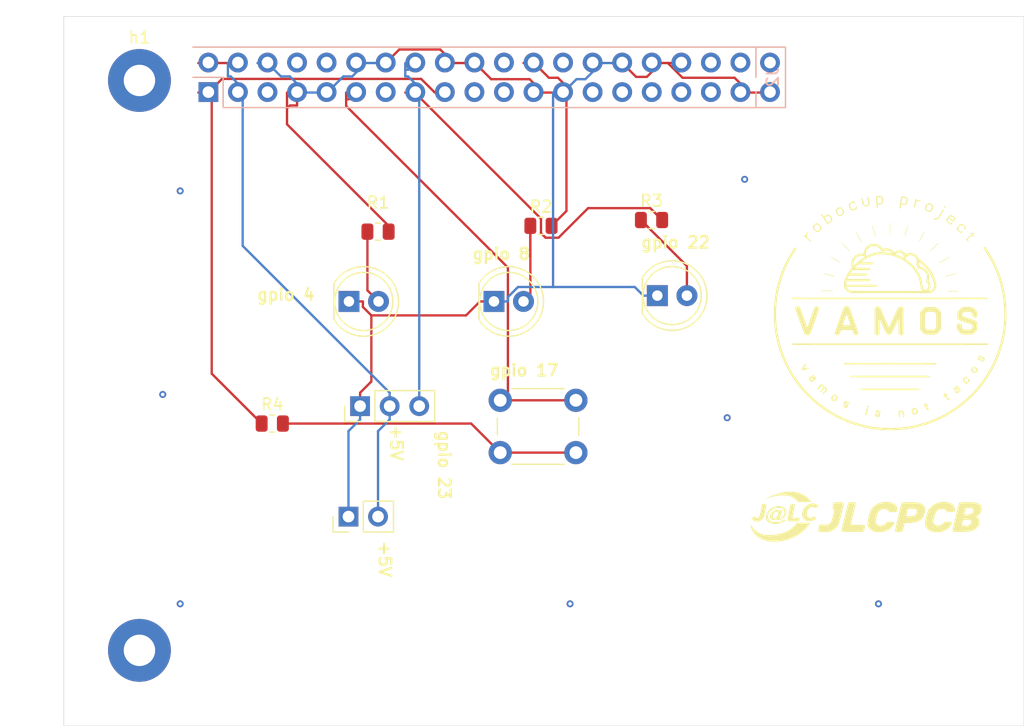
<source format=kicad_pcb>
(kicad_pcb (version 20240108) (generator "pcbnew") (generator_version "8.0")
  (layers (0 "F.Cu" signal) (31 "B.Cu" signal) (34 "B.Paste" user) (35 "F.Paste" user) (36 "B.SilkS" user "B.Silkscreen") (37 "F.SilkS" user "F.Silkscreen") (38 "B.Mask" user) (39 "F.Mask" user) (44 "Edge.Cuts" user))
  (net 0 "")
  (net 1 "Net-(J2-GCLK0{slash}GPIO4)")
  (net 2 "Net-(D1-A)")
  (net 3 "Net-(D2-A)")
  (net 4 "Net-(J2-~{CE0}{slash}GPIO8)")
  (net 5 "Net-(D3-A)")
  (net 6 "Net-(J2-GPIO22)")
  (net 7 "Net-(J2-3V3-Pad1)")
  (net 8 "Net-(R4-Pad2)")
  (net 9 "Net-(D1-K)")
  (net 11 "Net-(J2-GPIO23)")
  (net 28 "Net-(J1-Pin_2)")
  (net 31 "Net-(J2-GPIO17)")
  (footprint "LED_THT:LED_D5.0mm" (layer "F.Cu") (at 114 69)
    (property "Reference" "D3" (hide yes))
    (property "Value" "LED")
    (pad "1" thru_hole rect (at 0 0) (size 1.8 1.8) (drill 0.9) (layers "*.Cu" "*.Mask") (net 9 "Net-(D1-K)"))
    (pad "2" thru_hole circle (at 2.54 0) (size 1.8 1.8) (drill 0.9) (layers "*.Cu" "*.Mask") (net 5 "Net-(D3-A)"))
  )
  (footprint "Resistor_SMD:R_0805_2012Metric" (layer "F.Cu") (at 113.5 62.5)
    (property "Reference" "R3" (at 0 -1.65 0) (layer "F.SilkS"))
    (property "Value" "200")
    (pad "1" smd roundrect (at -0.9125 0) (size 1.025 1.4) (layers "F.Cu" "F.Paste" "F.Mask") (roundrect_rratio 0.243902) (net 5 "Net-(D3-A)"))
    (pad "2" smd roundrect (at 0.9125 0) (size 1.025 1.4) (layers "F.Cu" "F.Paste" "F.Mask") (roundrect_rratio 0.243902) (net 6 "Net-(J2-GPIO22)"))
  )
  (footprint "MountingHole:MountingHole_2.7mm_M2.5_Pad" (layer "F.Cu") (at 69.5 99.5)
    (property "Reference" "h2" (hide yes))
    (property "Value" "MountingHole_2.7mm_M2.5_Pad")
    (pad "1" thru_hole circle (at 0 0) (size 5.4 5.4) (drill 2.7) (layers "*.Cu" "*.Mask"))
  )
  (footprint "LED_THT:LED_D5.0mm" (layer "F.Cu") (at 99.96 69.5)
    (property "Reference" "D2" (hide yes))
    (property "Value" "LED")
    (pad "1" thru_hole rect (at 0 0) (size 1.8 1.8) (drill 0.9) (layers "*.Cu" "*.Mask") (net 9 "Net-(D1-K)"))
    (pad "2" thru_hole circle (at 2.54 0) (size 1.8 1.8) (drill 0.9) (layers "*.Cu" "*.Mask") (net 3 "Net-(D2-A)"))
  )
  (footprint "Connector_PinHeader_2.54mm:PinHeader_1x02_P2.54mm_Vertical" (layer "F.Cu") (at 87.46 88 90)
    (property "Reference" "J1" (hide yes))
    (property "Value" "Conn_01x02_Pin")
    (pad "1" thru_hole rect (at 0 0 90) (size 1.7 1.7) (drill 1) (layers "*.Cu" "*.Mask") (net 9 "Net-(D1-K)"))
    (pad "2" thru_hole oval (at 0 2.54 90) (size 1.7 1.7) (drill 1) (layers "*.Cu" "*.Mask") (net 28 "Net-(J1-Pin_2)"))
  )
  (footprint "LED_THT:LED_D5.0mm" (layer "F.Cu") (at 87.5 69.5)
    (property "Reference" "D1" (hide yes))
    (property "Value" "LED")
    (pad "1" thru_hole rect (at 0 0) (size 1.8 1.8) (drill 0.9) (layers "*.Cu" "*.Mask") (net 9 "Net-(D1-K)"))
    (pad "2" thru_hole circle (at 2.54 0) (size 1.8 1.8) (drill 0.9) (layers "*.Cu" "*.Mask") (net 2 "Net-(D1-A)"))
  )
  (footprint "Resistor_SMD:R_0805_2012Metric" (layer "F.Cu") (at 80.9125 80)
    (property "Reference" "R4" (at 0 -1.65 0) (layer "F.SilkS"))
    (property "Value" "1K")
    (pad "1" smd roundrect (at -0.9125 0) (size 1.025 1.4) (layers "F.Cu" "F.Paste" "F.Mask") (roundrect_rratio 0.243902) (net 7 "Net-(J2-3V3-Pad1)"))
    (pad "2" smd roundrect (at 0.9125 0) (size 1.025 1.4) (layers "F.Cu" "F.Paste" "F.Mask") (roundrect_rratio 0.243902) (net 8 "Net-(R4-Pad2)"))
  )
  (footprint "Resistor_SMD:R_0805_2012Metric" (layer "F.Cu") (at 104 63)
    (property "Reference" "R2" (at 0 -1.65 0) (layer "F.SilkS"))
    (property "Value" "200R")
    (pad "1" smd roundrect (at -0.9125 0) (size 1.025 1.4) (layers "F.Cu" "F.Paste" "F.Mask") (roundrect_rratio 0.243902) (net 3 "Net-(D2-A)"))
    (pad "2" smd roundrect (at 0.9125 0) (size 1.025 1.4) (layers "F.Cu" "F.Paste" "F.Mask") (roundrect_rratio 0.243902) (net 4 "Net-(J2-~{CE0}{slash}GPIO8)"))
  )
  (footprint "Button_Switch_THT:SW_PUSH_6mm_H9.5mm" (layer "F.Cu") (at 107 82.5 180)
    (property "Reference" "SW1" (hide yes))
    (property "Value" "SW_Push")
    (pad "1" thru_hole circle (at 0 0 270) (size 2 2) (drill 1.1) (layers "*.Cu" "*.Mask") (net 8 "Net-(R4-Pad2)"))
    (pad "1" thru_hole circle (at 6.5 0 270) (size 2 2) (drill 1.1) (layers "*.Cu" "*.Mask") (net 8 "Net-(R4-Pad2)"))
    (pad "2" thru_hole circle (at 0 4.5 270) (size 2 2) (drill 1.1) (layers "*.Cu" "*.Mask") (net 31 "Net-(J2-GPIO17)"))
    (pad "2" thru_hole circle (at 6.5 4.5 270) (size 2 2) (drill 1.1) (layers "*.Cu" "*.Mask") (net 31 "Net-(J2-GPIO17)"))
  )
  (footprint "Resistor_SMD:R_0805_2012Metric" (layer "F.Cu") (at 90 63.5)
    (property "Reference" "R1" (at 0 -2.5 0) (layer "F.SilkS"))
    (property "Value" "200R")
    (pad "1" smd roundrect (at -0.9125 0) (size 1.025 1.4) (layers "F.Cu" "F.Paste" "F.Mask") (roundrect_rratio 0.243902) (net 2 "Net-(D1-A)"))
    (pad "2" smd roundrect (at 0.9125 0) (size 1.025 1.4) (layers "F.Cu" "F.Paste" "F.Mask") (roundrect_rratio 0.243902) (net 1 "Net-(J2-GCLK0{slash}GPIO4)"))
  )
  (footprint "MountingHole:MountingHole_2.7mm_M2.5_Pad" (layer "F.Cu") (at 69.5 50.5)
    (property "Reference" "h1" (at 0 -3.7 0) (layer "F.SilkS"))
    (property "Value" "MountingHole_2.7mm_M2.5_Pad")
    (pad "1" thru_hole circle (at 0 0) (size 5.4 5.4) (drill 2.7) (layers "*.Cu" "*.Mask"))
  )
  (footprint "vamos:vamoslogo" (layer "F.Cu") (at 134 70.5)
    (property "Reference" "vamos" (hide yes))
    (property "Value" "LOGO" (hide yes))
  )
  (footprint "Connector_PinHeader_2.54mm:PinHeader_1x03_P2.54mm_Vertical" (layer "F.Cu") (at 88.46 78.5 90)
    (property "Reference" "J3" (hide yes))
    (property "Value" "Conn_01x03_Pin")
    (pad "1" thru_hole rect (at 0 0 90) (size 1.7 1.7) (drill 1) (layers "*.Cu" "*.Mask") (net 9 "Net-(D1-K)"))
    (pad "2" thru_hole oval (at 0 2.54 90) (size 1.7 1.7) (drill 1) (layers "*.Cu" "*.Mask") (net 28 "Net-(J1-Pin_2)"))
    (pad "3" thru_hole oval (at 0 5.08 90) (size 1.7 1.7) (drill 1) (layers "*.Cu" "*.Mask") (net 11 "Net-(J2-GPIO23)"))
  )
  (footprint "vamos:jlcpcb" (layer "F.Cu") (at 132 88)
    (property "Reference" "jlcpcb" (hide yes))
    (property "Value" "LOGO" (hide yes))
  )
  (footprint "Connector_PinSocket_2.54mm:PinSocket_2x20_P2.54mm_Vertical" (layer "B.Cu") (at 75.42 51.5 -90)
    (property "Reference" "J2" (at -1.27 -48.49 90) (layer "B.SilkS") (effects (justify mirror)))
    (property "Value" "Raspberry_Pi_2_3")
    (pad "1" thru_hole rect (at 0 0 270) (size 1.7 1.7) (drill 1) (layers "*.Cu" "*.Mask") (net 7 "Net-(J2-3V3-Pad1)"))
    (pad "2" thru_hole oval (at -2.54 0 270) (size 1.7 1.7) (drill 1) (layers "*.Cu" "*.Mask") (net 28 "Net-(J1-Pin_2)"))
    (pad "3" thru_hole oval (at 0 -2.54 270) (size 1.7 1.7) (drill 1) (layers "*.Cu" "*.Mask"))
    (pad "4" thru_hole oval (at -2.54 -2.54 270) (size 1.7 1.7) (drill 1) (layers "*.Cu" "*.Mask") (net 28 "Net-(J1-Pin_2)"))
    (pad "5" thru_hole oval (at 0 -5.08 270) (size 1.7 1.7) (drill 1) (layers "*.Cu" "*.Mask"))
    (pad "6" thru_hole oval (at -2.54 -5.08 270) (size 1.7 1.7) (drill 1) (layers "*.Cu" "*.Mask") (net 9 "Net-(D1-K)"))
    (pad "7" thru_hole oval (at 0 -7.62 270) (size 1.7 1.7) (drill 1) (layers "*.Cu" "*.Mask") (net 1 "Net-(J2-GCLK0{slash}GPIO4)"))
    (pad "8" thru_hole oval (at -2.54 -7.62 270) (size 1.7 1.7) (drill 1) (layers "*.Cu" "*.Mask"))
    (pad "9" thru_hole oval (at 0 -10.16 270) (size 1.7 1.7) (drill 1) (layers "*.Cu" "*.Mask") (net 9 "Net-(D1-K)"))
    (pad "10" thru_hole oval (at -2.54 -10.16 270) (size 1.7 1.7) (drill 1) (layers "*.Cu" "*.Mask"))
    (pad "11" thru_hole oval (at 0 -12.7 270) (size 1.7 1.7) (drill 1) (layers "*.Cu" "*.Mask") (net 31 "Net-(J2-GPIO17)"))
    (pad "12" thru_hole oval (at -2.54 -12.7 270) (size 1.7 1.7) (drill 1) (layers "*.Cu" "*.Mask"))
    (pad "13" thru_hole oval (at 0 -15.24 270) (size 1.7 1.7) (drill 1) (layers "*.Cu" "*.Mask"))
    (pad "14" thru_hole oval (at -2.54 -15.24 270) (size 1.7 1.7) (drill 1) (layers "*.Cu" "*.Mask") (net 9 "Net-(D1-K)"))
    (pad "15" thru_hole oval (at 0 -17.78 270) (size 1.7 1.7) (drill 1) (layers "*.Cu" "*.Mask") (net 6 "Net-(J2-GPIO22)"))
    (pad "16" thru_hole oval (at -2.54 -17.78 270) (size 1.7 1.7) (drill 1) (layers "*.Cu" "*.Mask") (net 11 "Net-(J2-GPIO23)"))
    (pad "17" thru_hole oval (at 0 -20.32 270) (size 1.7 1.7) (drill 1) (layers "*.Cu" "*.Mask") (net 7 "Net-(J2-3V3-Pad1)"))
    (pad "18" thru_hole oval (at -2.54 -20.32 270) (size 1.7 1.7) (drill 1) (layers "*.Cu" "*.Mask"))
    (pad "19" thru_hole oval (at 0 -22.86 270) (size 1.7 1.7) (drill 1) (layers "*.Cu" "*.Mask"))
    (pad "20" thru_hole oval (at -2.54 -22.86 270) (size 1.7 1.7) (drill 1) (layers "*.Cu" "*.Mask") (net 9 "Net-(D1-K)"))
    (pad "21" thru_hole oval (at 0 -25.4 270) (size 1.7 1.7) (drill 1) (layers "*.Cu" "*.Mask"))
    (pad "22" thru_hole oval (at -2.54 -25.4 270) (size 1.7 1.7) (drill 1) (layers "*.Cu" "*.Mask"))
    (pad "23" thru_hole oval (at 0 -27.94 270) (size 1.7 1.7) (drill 1) (layers "*.Cu" "*.Mask"))
    (pad "24" thru_hole oval (at -2.54 -27.94 270) (size 1.7 1.7) (drill 1) (layers "*.Cu" "*.Mask") (net 4 "Net-(J2-~{CE0}{slash}GPIO8)"))
    (pad "25" thru_hole oval (at 0 -30.48 270) (size 1.7 1.7) (drill 1) (layers "*.Cu" "*.Mask") (net 9 "Net-(D1-K)"))
    (pad "26" thru_hole oval (at -2.54 -30.48 270) (size 1.7 1.7) (drill 1) (layers "*.Cu" "*.Mask"))
    (pad "27" thru_hole oval (at 0 -33.02 270) (size 1.7 1.7) (drill 1) (layers "*.Cu" "*.Mask"))
    (pad "28" thru_hole oval (at -2.54 -33.02 270) (size 1.7 1.7) (drill 1) (layers "*.Cu" "*.Mask"))
    (pad "29" thru_hole oval (at 0 -35.56 270) (size 1.7 1.7) (drill 1) (layers "*.Cu" "*.Mask"))
    (pad "30" thru_hole oval (at -2.54 -35.56 270) (size 1.7 1.7) (drill 1) (layers "*.Cu" "*.Mask") (net 9 "Net-(D1-K)"))
    (pad "31" thru_hole oval (at 0 -38.1 270) (size 1.7 1.7) (drill 1) (layers "*.Cu" "*.Mask"))
    (pad "32" thru_hole oval (at -2.54 -38.1 270) (size 1.7 1.7) (drill 1) (layers "*.Cu" "*.Mask"))
    (pad "33" thru_hole oval (at 0 -40.64 270) (size 1.7 1.7) (drill 1) (layers "*.Cu" "*.Mask"))
    (pad "34" thru_hole oval (at -2.54 -40.64 270) (size 1.7 1.7) (drill 1) (layers "*.Cu" "*.Mask") (net 9 "Net-(D1-K)"))
    (pad "35" thru_hole oval (at 0 -43.18 270) (size 1.7 1.7) (drill 1) (layers "*.Cu" "*.Mask"))
    (pad "36" thru_hole oval (at -2.54 -43.18 270) (size 1.7 1.7) (drill 1) (layers "*.Cu" "*.Mask"))
    (pad "37" thru_hole oval (at 0 -45.72 270) (size 1.7 1.7) (drill 1) (layers "*.Cu" "*.Mask"))
    (pad "38" thru_hole oval (at -2.54 -45.72 270) (size 1.7 1.7) (drill 1) (layers "*.Cu" "*.Mask"))
    (pad "39" thru_hole oval (at 0 -48.26 270) (size 1.7 1.7) (drill 1) (layers "*.Cu" "*.Mask") (net 9 "Net-(D1-K)"))
    (pad "40" thru_hole oval (at -2.54 -48.26 270) (size 1.7 1.7) (drill 1) (layers "*.Cu" "*.Mask"))
  )
  (gr_rect (start 63 45) (end 145.5 106) (stroke (width 0.05)) (fill none) (layer "Edge.Cuts"))
  (gr_text "+5V\n" (at 91 80 270) (layer "F.SilkS") (effects (font (size 1 1) (thickness 0.2) (bold yes)) (justify left bottom)))
  (gr_text "gpio 23\n\n" (at 93.5 80.5 270) (layer "F.SilkS") (effects (font (size 1 1) (thickness 0.2) (bold yes)) (justify left bottom)))
  (gr_text "gpio 17\n" (at 99.5 76 0) (layer "F.SilkS") (effects (font (size 1 1) (thickness 0.2) (bold yes)) (justify left bottom)))
  (gr_text "gpio 8\n" (at 98 66 0) (layer "F.SilkS") (effects (font (size 1 1) (thickness 0.2) (bold yes)) (justify left bottom)))
  (gr_text "gpio 22\n" (at 112.5 65 0) (layer "F.SilkS") (effects (font (size 1 1) (thickness 0.2) (bold yes)) (justify left bottom)))
  (gr_text "gpio 4\n" (at 79.5 69.5 0) (layer "F.SilkS") (effects (font (size 1 1) (thickness 0.2) (bold yes)) (justify left bottom)))
  (gr_text "+5V\n" (at 90 90 270) (layer "F.SilkS") (effects (font (size 1 1) (thickness 0.2) (bold yes)) (justify left bottom)))
  (segment (start 90.9125 63) (end 82.18 54.2675) (width 0.2) (layer "F.Cu") (net 1))
  (segment (start 82.18 52.9037) (end 82.18 51.54) (width 0.2) (layer "F.Cu") (net 1))
  (segment (start 83.04 51.5) (end 83.04 52.6501) (width 0.2) (layer "F.Cu") (net 1))
  (segment (start 82.4336 52.6501) (end 83.04 52.6501) (width 0.2) (layer "F.Cu") (net 1))
  (segment (start 90.9125 63) (end 90.9125 63.5) (width 0.2) (layer "F.Cu") (net 1))
  (segment (start 82.18 54.2675) (end 82.18 52.9037) (width 0.2) (layer "F.Cu") (net 1))
  (segment (start 82.18 52.9037) (end 82.4336 52.6501) (width 0.2) (layer "F.Cu") (net 1))
  (segment (start 89.0875 63) (end 89.0875 63.5) (width 0.2) (layer "F.Cu") (net 2))
  (segment (start 89.0875 68.5475) (end 90.04 69.5) (width 0.2) (layer "F.Cu") (net 2))
  (segment (start 89.0875 63.5) (end 89.0875 68.5475) (width 0.2) (layer "F.Cu") (net 2))
  (segment (start 103.088 63) (end 103.088 65.6176) (width 0.2) (layer "F.Cu") (net 3))
  (segment (start 103.088 68.9125) (end 102.5 69.5) (width 0.2) (layer "F.Cu") (net 3))
  (segment (start 103.088 65.6176) (end 103.0875 65.6171) (width 0.2) (layer "F.Cu") (net 3))
  (segment (start 103.0875 65.6171) (end 103.0875 63) (width 0.2) (layer "F.Cu") (net 3))
  (segment (start 103.088 65.6176) (end 103.088 68.9125) (width 0.2) (layer "F.Cu") (net 3))
  (segment (start 103.65 49.2383) (end 104.682 50.27) (width 0.2) (layer "F.Cu") (net 4))
  (segment (start 104.9123 62.9998) (end 104.912 63) (width 0.2) (layer "F.Cu") (net 4))
  (segment (start 106.19 51.0018) (end 106.19 61.7223) (width 0.2) (layer "F.Cu") (net 4))
  (segment (start 103.36 48.96) (end 103.36 49) (width 0.2) (layer "F.Cu") (net 4))
  (segment (start 105.458 50.27) (end 106.19 51.0018) (width 0.2) (layer "F.Cu") (net 4))
  (segment (start 104.9125 63) (end 104.9123 62.9998) (width 0.2) (layer "F.Cu") (net 4))
  (segment (start 106.19 61.7223) (end 104.9123 62.9998) (width 0.2) (layer "F.Cu") (net 4))
  (segment (start 103.65 49) (end 103.65 49.2383) (width 0.2) (layer "F.Cu") (net 4))
  (segment (start 102.5 49) (end 103.36 49) (width 0.2) (layer "F.Cu") (net 4))
  (segment (start 103.36 49) (end 103.65 49) (width 0.2) (layer "F.Cu") (net 4))
  (segment (start 104.682 50.27) (end 105.458 50.27) (width 0.2) (layer "F.Cu") (net 4))
  (segment (start 113.1447 63.0568) (end 116.54 66.4525) (width 0.2) (layer "F.Cu") (net 5))
  (segment (start 112.588 62.5) (end 113.1447 63.0568) (width 0.2) (layer "F.Cu") (net 5))
  (segment (start 113.1447 63.0568) (end 113.1443 63.0568) (width 0.2) (layer "F.Cu") (net 5))
  (segment (start 116.54 66.4525) (end 116.54 69) (width 0.2) (layer "F.Cu") (net 5))
  (segment (start 113.1443 63.0568) (end 112.5875 62.5) (width 0.2) (layer "F.Cu") (net 5))
  (segment (start 93.4901 51.54) (end 93.2 51.54) (width 0.2) (layer "F.Cu") (net 6))
  (segment (start 104 62.383) (end 93.4901 51.8731) (width 0.2) (layer "F.Cu") (net 6))
  (segment (start 108.049 61.4782) (end 105.505 64.0221) (width 0.2) (layer "F.Cu") (net 6))
  (segment (start 93.2 51.54) (end 92.34 51.54) (width 0.2) (layer "F.Cu") (net 6))
  (segment (start 113.391 61.4782) (end 108.049 61.4782) (width 0.2) (layer "F.Cu") (net 6))
  (segment (start 104.401 64.0221) (end 104 63.6213) (width 0.2) (layer "F.Cu") (net 6))
  (segment (start 113.9016 61.9891) (end 114.4125 62.5) (width 0.2) (layer "F.Cu") (net 6))
  (segment (start 104 63.6213) (end 104 62.383) (width 0.2) (layer "F.Cu") (net 6))
  (segment (start 113.9015 61.9891) (end 113.391 61.4782) (width 0.2) (layer "F.Cu") (net 6))
  (segment (start 105.505 64.0221) (end 104.401 64.0221) (width 0.2) (layer "F.Cu") (net 6))
  (segment (start 113.9015 61.9891) (end 113.9016 61.9891) (width 0.2) (layer "F.Cu") (net 6))
  (segment (start 93.2 51.5) (end 93.2 51.54) (width 0.2) (layer "F.Cu") (net 6))
  (segment (start 114.412 62.5) (end 113.9015 61.9891) (width 0.2) (layer "F.Cu") (net 6))
  (segment (start 93.4901 51.8731) (end 93.4901 51.54) (width 0.2) (layer "F.Cu") (net 6))
  (segment (start 93.7068 50.3668) (end 94.84 51.5) (width 0.2) (layer "F.Cu") (net 7))
  (segment (start 74.56 51.54) (end 75.38 51.54) (width 0.2) (layer "F.Cu") (net 7))
  (segment (start 75.7101 75.7101) (end 75.7101 51.54) (width 0.2) (layer "F.Cu") (net 7))
  (segment (start 75.7101 51.54) (end 75.7101 51.2525) (width 0.2) (layer "F.Cu") (net 7))
  (segment (start 80 80) (end 75.7101 75.7101) (width 0.2) (layer "F.Cu") (net 7))
  (segment (start 94.84 51.5) (end 94.88 51.54) (width 0.2) (layer "F.Cu") (net 7))
  (segment (start 76.5958 50.3668) (end 93.7068 50.3668) (width 0.2) (layer "F.Cu") (net 7))
  (segment (start 75.38 51.54) (end 75.42 51.5) (width 0.2) (layer "F.Cu") (net 7))
  (segment (start 95.74 51.5) (end 94.84 51.5) (width 0.2) (layer "F.Cu") (net 7))
  (segment (start 75.7101 51.2525) (end 76.5958 50.3668) (width 0.2) (layer "F.Cu") (net 7))
  (segment (start 75.38 51.54) (end 75.7101 51.54) (width 0.2) (layer "F.Cu") (net 7))
  (segment (start 100.5 82.5) (end 107 82.5) (width 0.2) (layer "F.Cu") (net 8))
  (segment (start 81.825 80) (end 98 80) (width 0.2) (layer "F.Cu") (net 8))
  (segment (start 98 80) (end 100.5 82.5) (width 0.2) (layer "F.Cu") (net 8))
  (segment (start 113.098 50.1906) (end 114.05 49.2383) (width 0.2) (layer "F.Cu") (net 9))
  (segment (start 88.7001 69.5) (end 88.7001 69.975) (width 0.2) (layer "F.Cu") (net 9))
  (segment (start 89.4252 70.7001) (end 89.4252 76.3847) (width 0.2) (layer "F.Cu") (net 9))
  (segment (start 89.4252 76.3847) (end 88.46 77.3499) (width 0.2) (layer "F.Cu") (net 9))
  (segment (start 103.027 50.3899) (end 99.7217 50.3899) (width 0.2) (layer "F.Cu") (net 9))
  (segment (start 96.2699 49) (end 96.2699 48.7617) (width 0.2) (layer "F.Cu") (net 9))
  (segment (start 111.27 49.2875) (end 112.173 50.1906) (width 0.2) (layer "F.Cu") (net 9))
  (segment (start 114.899 49) (end 116.169 50.27) (width 0.2) (layer "F.Cu") (net 9))
  (segment (start 87.5 69.5) (end 88.7001 69.5) (width 0.2) (layer "F.Cu") (net 9))
  (segment (start 88.7001 69.975) (end 89.4252 70.7001) (width 0.2) (layer "F.Cu") (net 9))
  (segment (start 88.46 77.3499) (end 88.46 78.5) (width 0.2) (layer "F.Cu") (net 9))
  (segment (start 103.89 51.2524) (end 103.027 50.3899) (width 0.2) (layer "F.Cu") (net 9))
  (segment (start 97.5598 70.7001) (end 98.7599 69.5) (width 0.2) (layer "F.Cu") (net 9))
  (segment (start 91.8259 47.8367) (end 90.9501 48.7125) (width 0.2) (layer "F.Cu") (net 9))
  (segment (start 98.5701 49.2383) (end 98.5701 49) (width 0.2) (layer "F.Cu") (net 9))
  (segment (start 120.638 50.27) (end 121.67 51.3017) (width 0.2) (layer "F.Cu") (net 9))
  (segment (start 114.05 49.2383) (end 114.05 49) (width 0.2) (layer "F.Cu") (net 9))
  (segment (start 111.27 49) (end 111.27 49.2875) (width 0.2) (layer "F.Cu") (net 9))
  (segment (start 114.05 49) (end 114.899 49) (width 0.2) (layer "F.Cu") (net 9))
  (segment (start 115.2 49) (end 114.899 49) (width 0.2) (layer "F.Cu") (net 9))
  (segment (start 121.67 51.3017) (end 121.67 51.54) (width 0.2) (layer "F.Cu") (net 9))
  (segment (start 89.4252 70.7001) (end 97.5598 70.7001) (width 0.2) (layer "F.Cu") (net 9))
  (segment (start 96.2699 48.7617) (end 95.3449 47.8367) (width 0.2) (layer "F.Cu") (net 9))
  (segment (start 90.9501 48.7125) (end 90.9501 49) (width 0.2) (layer "F.Cu") (net 9))
  (segment (start 121.67 51.54) (end 122.82 51.54) (width 0.2) (layer "F.Cu") (net 9))
  (segment (start 105.04 51.54) (end 103.89 51.54) (width 0.2) (layer "F.Cu") (net 9))
  (segment (start 90.9501 49) (end 89.8 49) (width 0.2) (layer "F.Cu") (net 9))
  (segment (start 116.169 50.27) (end 120.638 50.27) (width 0.2) (layer "F.Cu") (net 9))
  (segment (start 98.7599 69.5) (end 99.96 69.5) (width 0.2) (layer "F.Cu") (net 9))
  (segment (start 110.12 49) (end 111.27 49) (width 0.2) (layer "F.Cu") (net 9))
  (segment (start 98.5701 49) (end 96.2699 49) (width 0.2) (layer "F.Cu") (net 9))
  (segment (start 103.89 51.54) (end 103.89 51.2524) (width 0.2) (layer "F.Cu") (net 9))
  (segment (start 95.3449 47.8367) (end 91.8259 47.8367) (width 0.2) (layer "F.Cu") (net 9))
  (segment (start 112.173 50.1906) (end 113.098 50.1906) (width 0.2) (layer "F.Cu") (net 9))
  (segment (start 99.7217 50.3899) (end 98.5701 49.2383) (width 0.2) (layer "F.Cu") (net 9))
  (via (at 120 79.5) (size 0.6) (drill 0.3) (layers "F.Cu" "B.Cu") (net 9))
  (via (at 73 60) (size 0.6) (drill 0.3) (layers "F.Cu" "B.Cu") (net 9))
  (via (at 106.5 95.5) (size 0.6) (drill 0.3) (layers "F.Cu" "B.Cu") (net 9))
  (via (at 73 95.5) (size 0.6) (drill 0.3) (layers "F.Cu" "B.Cu") (net 9))
  (via (at 133 95.5) (size 0.6) (drill 0.3) (layers "F.Cu" "B.Cu") (net 9))
  (via (at 121.5 59) (size 0.6) (drill 0.3) (layers "F.Cu" "B.Cu") (net 9))
  (via (at 71.5 77.5) (size 0.6) (drill 0.3) (layers "F.Cu" "B.Cu") (net 9))
  (segment (start 105.04 51.54) (end 106.19 51.54) (width 0.2) (layer "B.Cu") (net 9))
  (segment (start 87.46 80.6501) (end 87.46 88) (width 0.2) (layer "B.Cu") (net 9))
  (segment (start 89.8 49) (end 88.6499 49) (width 0.2) (layer "B.Cu") (net 9))
  (segment (start 107.818 50.3899) (end 108.97 49.2383) (width 0.2) (layer "B.Cu") (net 9))
  (segment (start 112.8 69) (end 112.057 68.2567) (width 0.2) (layer "B.Cu") (net 9))
  (segment (start 85.8701 51.3017) (end 85.8701 51.54) (width 0.2) (layer "B.Cu") (net 9))
  (segment (start 112.057 68.2567) (end 105.04 68.2567) (width 0.2) (layer "B.Cu") (net 9))
  (segment (start 80.7901 49) (end 79.64 49) (width 0.2) (layer "B.Cu") (net 9))
  (segment (start 102.028 68.2567) (end 105.04 68.2567) (width 0.2) (layer "B.Cu") (net 9))
  (segment (start 85.8701 51.54) (end 83.5699 51.54) (width 0.2) (layer "B.Cu") (net 9))
  (segment (start 106.19 51.2524) (end 107.053 50.3899) (width 0.2) (layer "B.Cu") (net 9))
  (segment (start 80.7901 49.2876) (end 80.7901 49) (width 0.2) (layer "B.Cu") (net 9))
  (segment (start 88.46 79.6501) (end 87.46 80.6501) (width 0.2) (layer "B.Cu") (net 9))
  (segment (start 99.96 69.5) (end 101.16 69.5) (width 0.2) (layer "B.Cu") (net 9))
  (segment (start 82.4183 50.1501) (end 81.6526 50.1501) (width 0.2) (layer "B.Cu") (net 9))
  (segment (start 88.6499 49.2876) (end 87.7874 50.1501) (width 0.2) (layer "B.Cu") (net 9))
  (segment (start 101.16 69.125) (end 102.028 68.2567) (width 0.2) (layer "B.Cu") (net 9))
  (segment (start 108.97 49.2383) (end 108.97 49) (width 0.2) (layer "B.Cu") (net 9))
  (segment (start 88.46 78.5) (end 88.46 79.6501) (width 0.2) (layer "B.Cu") (net 9))
  (segment (start 106.19 51.54) (end 106.19 51.2524) (width 0.2) (layer "B.Cu") (net 9))
  (segment (start 87.7874 50.1501) (end 87.0217 50.1501) (width 0.2) (layer "B.Cu") (net 9))
  (segment (start 88.6499 49) (end 88.6499 49.2876) (width 0.2) (layer "B.Cu") (net 9))
  (segment (start 114 69) (end 112.8 69) (width 0.2) (layer "B.Cu") (net 9))
  (segment (start 105.04 68.2567) (end 105.04 51.54) (width 0.2) (layer "B.Cu") (net 9))
  (segment (start 83.5699 51.3017) (end 82.4183 50.1501) (width 0.2) (layer "B.Cu") (net 9))
  (segment (start 108.97 49) (end 110.12 49) (width 0.2) (layer "B.Cu") (net 9))
  (segment (start 107.053 50.3899) (end 107.818 50.3899) (width 0.2) (layer "B.Cu") (net 9))
  (segment (start 101.16 69.5) (end 101.16 69.125) (width 0.2) (layer "B.Cu") (net 9))
  (segment (start 81.6526 50.1501) (end 80.7901 49.2876) (width 0.2) (layer "B.Cu") (net 9))
  (segment (start 87.0217 50.1501) (end 85.8701 51.3017) (width 0.2) (layer "B.Cu") (net 9))
  (segment (start 83.5699 51.54) (end 83.5699 51.3017) (width 0.2) (layer "B.Cu") (net 9))
  (segment (start 92.5783 50.1501) (end 92.34 50.1501) (width 0.2) (layer "B.Cu") (net 11))
  (segment (start 92.34 50.1501) (end 92.34 49.575) (width 0.2) (layer "B.Cu") (net 11))
  (segment (start 93.54 51.1118) (end 92.5783 50.1501) (width 0.2) (layer "B.Cu") (net 11))
  (segment (start 92.585 49.575) (end 93.2 48.96) (width 0.2) (layer "B.Cu") (net 11))
  (segment (start 92.34 49.575) (end 92.34 49) (width 0.2) (layer "B.Cu") (net 11))
  (segment (start 93.54 78.5) (end 93.54 51.1118) (width 0.2) (layer "B.Cu") (net 11))
  (segment (start 92.34 49.575) (end 92.585 49.575) (width 0.2) (layer "B.Cu") (net 11))
  (segment (start 77.96 48.96) (end 77.14 48.96) (width 0.2) (layer "F.Cu") (net 28))
  (segment (start 74.56 49) (end 75.46 49) (width 0.2) (layer "F.Cu") (net 28))
  (segment (start 75.46 49) (end 75.42 48.96) (width 0.2) (layer "F.Cu") (net 28))
  (segment (start 77.14 48.96) (end 77.1 49) (width 0.2) (layer "F.Cu") (net 28))
  (segment (start 75.46 49) (end 77.1 49) (width 0.2) (layer "F.Cu") (net 28))
  (segment (start 77.1 50.1501) (end 77.1 49) (width 0.2) (layer "B.Cu") (net 28))
  (segment (start 91 79.6501) (end 90 80.6501) (width 0.2) (layer "B.Cu") (net 28))
  (segment (start 91 78.5) (end 91 77.3499) (width 0.2) (layer "B.Cu") (net 28))
  (segment (start 77.14 48.96) (end 77.1 49) (width 0.2) (layer "B.Cu") (net 28))
  (segment (start 77.96 48.96) (end 77.14 48.96) (width 0.2) (layer "B.Cu") (net 28))
  (segment (start 77.3383 50.1501) (end 77.1 50.1501) (width 0.2) (layer "B.Cu") (net 28))
  (segment (start 91 78.5) (end 91 79.6501) (width 0.2) (layer "B.Cu") (net 28))
  (segment (start 78.37 51.1818) (end 77.3383 50.1501) (width 0.2) (layer "B.Cu") (net 28))
  (segment (start 90 80.6501) (end 90 88) (width 0.2) (layer "B.Cu") (net 28))
  (segment (start 78.37 64.7199) (end 78.37 51.1818) (width 0.2) (layer "B.Cu") (net 28))
  (segment (start 91 77.3499) (end 78.37 64.7199) (width 0.2) (layer "B.Cu") (net 28))
  (segment (start 107 78) (end 101.16 78) (width 0.2) (layer "F.Cu") (net 31))
  (segment (start 101.16 78) (end 100.5 78) (width 0.2) (layer "F.Cu") (net 31))
  (segment (start 87.26 52.6901) (end 87.26 52.115) (width 0.2) (layer "F.Cu") (net 31))
  (segment (start 101.16 78) (end 101.16 66.5903) (width 0.2) (layer "F.Cu") (net 31))
  (segment (start 101.16 66.5903) (end 87.26 52.6901) (width 0.2) (layer "F.Cu") (net 31))
  (segment (start 87.505 52.115) (end 88.12 51.5) (width 0.2) (layer "F.Cu") (net 31))
  (segment (start 87.26 52.115) (end 87.505 52.115) (width 0.2) (layer "F.Cu") (net 31))
  (segment (start 87.26 52.115) (end 87.26 51.54) (width 0.2) (layer "F.Cu") (net 31))
)
</source>
